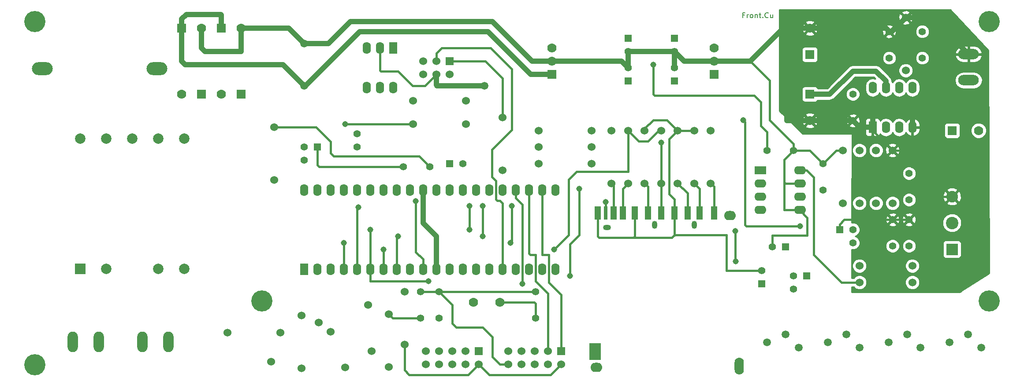
<source format=gbr>
G04 (created by PCBNEW (2013-june-11)-stable) date St 26. únor 2014, 21:47:00 CET*
%MOIN*%
G04 Gerber Fmt 3.4, Leading zero omitted, Abs format*
%FSLAX34Y34*%
G01*
G70*
G90*
G04 APERTURE LIST*
%ADD10C,0.00590551*%
%ADD11C,0.00584252*%
%ADD12R,0.055X0.055*%
%ADD13C,0.055*%
%ADD14C,0.06*%
%ADD15O,0.1575X0.0984*%
%ADD16R,0.09X0.062*%
%ADD17O,0.09X0.062*%
%ADD18R,0.062X0.09*%
%ADD19O,0.062X0.09*%
%ADD20C,0.07*%
%ADD21R,0.07X0.07*%
%ADD22C,0.0943*%
%ADD23R,0.0882X0.0882*%
%ADD24C,0.0882*%
%ADD25C,0.0590551*%
%ADD26R,0.0787402X0.0787402*%
%ADD27C,0.0787402*%
%ADD28R,0.06X0.06*%
%ADD29O,0.156X0.078*%
%ADD30O,0.078X0.156*%
%ADD31R,0.05X0.1*%
%ADD32R,0.03X0.1*%
%ADD33O,0.06X0.04*%
%ADD34O,0.04X0.06*%
%ADD35O,0.09X0.07*%
%ADD36O,0.07X0.13*%
%ADD37R,0.085X0.13*%
%ADD38C,0.16*%
%ADD39C,0.045*%
%ADD40C,0.0170079*%
%ADD41C,0.0393701*%
%ADD42C,0.01*%
G04 APERTURE END LIST*
G54D10*
G54D11*
X54797Y27746D02*
X54665Y27746D01*
X54665Y27540D02*
X54665Y27934D01*
X54853Y27934D01*
X55003Y27540D02*
X55003Y27803D01*
X55003Y27728D02*
X55021Y27765D01*
X55040Y27784D01*
X55078Y27803D01*
X55115Y27803D01*
X55303Y27540D02*
X55265Y27559D01*
X55246Y27578D01*
X55228Y27615D01*
X55228Y27728D01*
X55246Y27765D01*
X55265Y27784D01*
X55303Y27803D01*
X55359Y27803D01*
X55396Y27784D01*
X55415Y27765D01*
X55434Y27728D01*
X55434Y27615D01*
X55415Y27578D01*
X55396Y27559D01*
X55359Y27540D01*
X55303Y27540D01*
X55603Y27803D02*
X55603Y27540D01*
X55603Y27765D02*
X55621Y27784D01*
X55659Y27803D01*
X55715Y27803D01*
X55753Y27784D01*
X55771Y27746D01*
X55771Y27540D01*
X55903Y27803D02*
X56053Y27803D01*
X55959Y27934D02*
X55959Y27596D01*
X55978Y27559D01*
X56015Y27540D01*
X56053Y27540D01*
X56184Y27578D02*
X56203Y27559D01*
X56184Y27540D01*
X56165Y27559D01*
X56184Y27578D01*
X56184Y27540D01*
X56596Y27578D02*
X56578Y27559D01*
X56521Y27540D01*
X56484Y27540D01*
X56428Y27559D01*
X56390Y27596D01*
X56371Y27634D01*
X56353Y27709D01*
X56353Y27765D01*
X56371Y27840D01*
X56390Y27878D01*
X56428Y27915D01*
X56484Y27934D01*
X56521Y27934D01*
X56578Y27915D01*
X56596Y27896D01*
X56934Y27803D02*
X56934Y27540D01*
X56765Y27803D02*
X56765Y27596D01*
X56784Y27559D01*
X56821Y27540D01*
X56877Y27540D01*
X56915Y27559D01*
X56934Y27578D01*
G54D12*
X22500Y17750D03*
G54D13*
X21500Y17750D03*
X21500Y16750D03*
G54D12*
X62000Y11500D03*
G54D13*
X63000Y11500D03*
X63000Y10500D03*
G54D14*
X29750Y19500D03*
X33750Y19500D03*
X29100Y2800D03*
X29100Y6800D03*
X21300Y5000D03*
X21300Y1000D03*
X19250Y19250D03*
X19250Y15250D03*
X46000Y15000D03*
X46000Y19000D03*
X43250Y16500D03*
X39250Y16500D03*
X43250Y17750D03*
X39250Y17750D03*
X43250Y19000D03*
X39250Y19000D03*
X51000Y15000D03*
X51000Y19000D03*
X49750Y15000D03*
X49750Y19000D03*
X47250Y15000D03*
X47250Y19000D03*
X44750Y19000D03*
X44750Y15000D03*
X48500Y15000D03*
X48500Y19000D03*
X52250Y19000D03*
X52250Y15000D03*
X67000Y23550D03*
X67000Y27550D03*
X66000Y13500D03*
X66000Y17500D03*
X62250Y13500D03*
X62250Y17500D03*
X63500Y8750D03*
X67500Y8750D03*
X63500Y7500D03*
X67500Y7500D03*
X33750Y21250D03*
X29750Y21250D03*
X63500Y17500D03*
X63500Y13500D03*
X36500Y16000D03*
X36500Y20000D03*
X64750Y13500D03*
X64750Y17500D03*
G54D15*
X10381Y23700D03*
X1719Y23700D03*
G54D16*
X56000Y16000D03*
G54D17*
X56000Y15000D03*
X56000Y14000D03*
X56000Y13000D03*
X59000Y13000D03*
X59000Y14000D03*
X59000Y15000D03*
X59000Y16000D03*
G54D18*
X64500Y19250D03*
G54D19*
X65500Y19250D03*
X66500Y19250D03*
X67500Y19250D03*
X67500Y22250D03*
X66500Y22250D03*
X65500Y22250D03*
X64500Y22250D03*
G54D18*
X21500Y8500D03*
G54D19*
X22500Y8500D03*
X23500Y8500D03*
X24500Y8500D03*
X25500Y8500D03*
X26500Y8500D03*
X27500Y8500D03*
X28500Y8500D03*
X29500Y8500D03*
X30500Y8500D03*
X31500Y8500D03*
X32500Y8500D03*
X33500Y8500D03*
X34500Y8500D03*
X35500Y8500D03*
X36500Y8500D03*
X37500Y8500D03*
X38500Y8500D03*
X39500Y8500D03*
X40500Y8500D03*
X40500Y14500D03*
X39500Y14500D03*
X38500Y14500D03*
X37500Y14500D03*
X36500Y14500D03*
X35500Y14500D03*
X34500Y14500D03*
X33500Y14500D03*
X32500Y14500D03*
X31500Y14500D03*
X30500Y14500D03*
X29500Y14500D03*
X28500Y14500D03*
X27500Y14500D03*
X26500Y14500D03*
X25500Y14500D03*
X24500Y14500D03*
X23500Y14500D03*
X22500Y14500D03*
X21500Y14500D03*
G54D20*
X16750Y26750D03*
G54D21*
X16750Y21750D03*
G54D20*
X15250Y21750D03*
G54D21*
X15250Y26750D03*
G54D20*
X12250Y21750D03*
G54D21*
X12250Y26750D03*
G54D20*
X13750Y26750D03*
G54D21*
X13750Y21750D03*
X59750Y21750D03*
G54D20*
X59750Y19750D03*
G54D21*
X70500Y19000D03*
G54D20*
X72500Y19000D03*
G54D21*
X59750Y24750D03*
G54D20*
X59750Y26750D03*
G54D13*
X66000Y10250D03*
X66000Y12250D03*
X63000Y21750D03*
X63000Y19750D03*
X68250Y24500D03*
X68250Y26500D03*
X67250Y13750D03*
X67250Y15750D03*
X67250Y10250D03*
X67250Y12250D03*
X39000Y6800D03*
X39000Y4800D03*
X31700Y6800D03*
X31700Y4800D03*
X30300Y4800D03*
X30300Y6800D03*
X31000Y16250D03*
X29000Y16250D03*
G54D12*
X57900Y10200D03*
G54D13*
X56900Y10200D03*
G54D12*
X56100Y7400D03*
G54D13*
X56100Y8400D03*
G54D12*
X46000Y22750D03*
G54D13*
X46000Y23750D03*
G54D12*
X46000Y26000D03*
G54D13*
X46000Y25000D03*
X60750Y14500D03*
X60750Y16500D03*
G54D22*
X70500Y12000D03*
G54D23*
X70500Y10000D03*
G54D24*
X70500Y14000D03*
G54D13*
X65750Y24500D03*
X65750Y26500D03*
G54D12*
X59500Y8000D03*
G54D13*
X58500Y8000D03*
X58500Y7000D03*
G54D20*
X36300Y6000D03*
X34300Y6000D03*
G54D12*
X32500Y16500D03*
G54D13*
X33500Y16500D03*
G54D21*
X40250Y23250D03*
G54D20*
X40250Y25250D03*
X40250Y24250D03*
G54D12*
X49500Y22750D03*
G54D13*
X49500Y23750D03*
G54D12*
X49500Y26000D03*
G54D13*
X49500Y25000D03*
G54D21*
X52500Y23250D03*
G54D20*
X52500Y25250D03*
X52500Y24250D03*
G54D25*
X21500Y25600D03*
X21500Y22400D03*
G54D14*
X19700Y3700D03*
X15700Y3700D03*
G54D18*
X28250Y25250D03*
G54D19*
X27250Y25250D03*
X26250Y25250D03*
X26250Y22250D03*
X27250Y22250D03*
X28250Y22250D03*
G54D26*
X4562Y8528D03*
G54D27*
X6531Y8528D03*
X10468Y8528D03*
X12437Y8528D03*
X12437Y18371D03*
X10468Y18371D03*
X8500Y18371D03*
X6531Y18371D03*
X4562Y18371D03*
G54D28*
X32500Y24250D03*
G54D14*
X32500Y23250D03*
X31500Y24250D03*
X31500Y23250D03*
X30500Y24250D03*
X30500Y23250D03*
G54D29*
X71750Y22810D03*
X71750Y24780D03*
G54D30*
X9260Y3000D03*
X11230Y3000D03*
X4010Y3000D03*
X5980Y3000D03*
G54D14*
X27900Y5100D03*
X27900Y1100D03*
G54D28*
X34700Y2300D03*
G54D14*
X34700Y1300D03*
X33700Y2300D03*
X33700Y1300D03*
X32700Y2300D03*
X32700Y1300D03*
X31700Y2300D03*
X31700Y1300D03*
X30700Y2300D03*
X30700Y1300D03*
G54D28*
X40950Y2300D03*
G54D14*
X40950Y1300D03*
X39950Y2300D03*
X39950Y1300D03*
X38950Y2300D03*
X38950Y1300D03*
X37950Y2300D03*
X37950Y1300D03*
X36950Y2300D03*
X36950Y1300D03*
G54D13*
X58500Y17500D03*
X56500Y17500D03*
G54D31*
X52500Y12750D03*
X51400Y12750D03*
X50500Y12750D03*
X49500Y12750D03*
X48500Y12750D03*
X47500Y12750D03*
X46500Y12750D03*
G54D32*
X44300Y12750D03*
G54D31*
X44900Y12750D03*
X43700Y12750D03*
G54D33*
X44400Y11650D03*
G54D34*
X51000Y11850D03*
G54D35*
X53700Y12550D03*
G54D34*
X48000Y11850D03*
G54D35*
X43600Y1050D03*
G54D36*
X54400Y1150D03*
G54D31*
X45600Y12750D03*
G54D37*
X43500Y2250D03*
G54D13*
X25500Y17750D03*
X25500Y18750D03*
G54D14*
X19000Y1500D03*
G54D25*
X57900Y3550D03*
X56500Y2950D03*
X58900Y2550D03*
X62500Y3550D03*
X61100Y2950D03*
X63500Y2550D03*
X67100Y3550D03*
X65700Y2950D03*
X68100Y2550D03*
X71700Y3550D03*
X70300Y2950D03*
X72700Y2550D03*
G54D14*
X24600Y1050D03*
X26600Y2300D03*
X23500Y3750D03*
X22600Y4450D03*
X26350Y5800D03*
G54D38*
X1150Y1250D03*
X1150Y27250D03*
X73300Y27250D03*
X73300Y6100D03*
X18300Y6100D03*
G54D39*
X38000Y7400D03*
X42300Y14600D03*
X41600Y8000D03*
X44300Y13600D03*
X37200Y13300D03*
X37100Y10500D03*
X24500Y10500D03*
X40400Y10000D03*
X27500Y10000D03*
X30900Y7600D03*
X26500Y11500D03*
X34000Y11500D03*
X34000Y13300D03*
X28600Y11000D03*
X35000Y11000D03*
X35000Y13300D03*
X24600Y19500D03*
X25600Y13200D03*
X54100Y11400D03*
X54150Y9100D03*
X48500Y18100D03*
G54D25*
X35150Y22400D03*
G54D39*
X54700Y19800D03*
X59000Y11750D03*
X47900Y24000D03*
X29950Y13650D03*
G54D40*
X37500Y13900D02*
X38000Y13400D01*
X38000Y13400D02*
X38000Y7500D01*
X38000Y7500D02*
X38000Y7400D01*
X37500Y13900D02*
X37500Y14500D01*
X41600Y10400D02*
X42300Y11100D01*
X42300Y11100D02*
X42300Y14600D01*
X41600Y8000D02*
X41600Y10400D01*
X24500Y8500D02*
X24500Y10500D01*
X44300Y13600D02*
X44300Y12750D01*
X37200Y10600D02*
X37200Y13300D01*
X37100Y10500D02*
X37200Y10600D01*
X35700Y15500D02*
X35700Y17550D01*
X36500Y13500D02*
X36300Y13700D01*
X36300Y13700D02*
X36100Y13700D01*
X36100Y13700D02*
X36000Y13800D01*
X36000Y13800D02*
X36000Y15200D01*
X36000Y15200D02*
X35700Y15500D01*
X36500Y8500D02*
X36500Y13500D01*
X31500Y24850D02*
X31500Y24250D01*
X31900Y25250D02*
X31500Y24850D01*
X35600Y25250D02*
X31900Y25250D01*
X37200Y23650D02*
X35600Y25250D01*
X37200Y19050D02*
X37200Y23650D01*
X35700Y17550D02*
X37200Y19050D01*
X27500Y8500D02*
X27500Y10000D01*
X46000Y15900D02*
X46000Y19000D01*
X42100Y15900D02*
X46000Y15900D01*
X41500Y15300D02*
X42100Y15900D01*
X41500Y11100D02*
X41500Y15300D01*
X40400Y10000D02*
X41500Y11100D01*
X48500Y19000D02*
X48300Y19000D01*
X48300Y19000D02*
X47500Y18200D01*
X47500Y18200D02*
X46800Y18200D01*
X46800Y18200D02*
X46000Y19000D01*
X26500Y7600D02*
X26500Y7700D01*
X26500Y7700D02*
X26500Y8500D01*
X30900Y7600D02*
X26500Y7600D01*
X26500Y11500D02*
X26500Y8500D01*
X34000Y13300D02*
X34000Y11500D01*
X28500Y10900D02*
X28500Y8500D01*
X28600Y11000D02*
X28500Y10900D01*
X35000Y13300D02*
X35000Y11000D01*
X40950Y2300D02*
X40950Y6550D01*
X39500Y9600D02*
X39500Y14500D01*
X40000Y9600D02*
X40000Y7500D01*
X39500Y9600D02*
X40000Y9600D01*
X40950Y6550D02*
X40000Y7500D01*
X39950Y2300D02*
X39950Y6650D01*
X38500Y9700D02*
X38500Y14500D01*
X39000Y9600D02*
X39000Y7600D01*
X38600Y9600D02*
X39000Y9600D01*
X38500Y9700D02*
X38600Y9600D01*
X39950Y6650D02*
X39000Y7600D01*
X29750Y19500D02*
X24600Y19500D01*
X25500Y13100D02*
X25500Y8500D01*
X25600Y13200D02*
X25500Y13100D01*
X54100Y9150D02*
X54100Y11400D01*
X54150Y9100D02*
X54100Y9150D01*
X48500Y15000D02*
X48500Y18100D01*
X48500Y12750D02*
X48500Y15000D01*
G54D41*
X67000Y27550D02*
X68980Y27550D01*
X68980Y27550D02*
X71750Y24780D01*
X65750Y26500D02*
X65950Y26500D01*
X65950Y26500D02*
X67000Y27550D01*
G54D40*
X36950Y1300D02*
X36300Y1300D01*
X35000Y4100D02*
X33000Y4100D01*
X33000Y4100D02*
X32700Y4400D01*
X32700Y4400D02*
X32700Y5800D01*
X32700Y5800D02*
X31700Y6800D01*
X35750Y3350D02*
X35000Y4100D01*
X35750Y1850D02*
X35750Y3350D01*
X36300Y1300D02*
X35750Y1850D01*
X56100Y8400D02*
X53450Y8400D01*
X53450Y11100D02*
X49500Y11100D01*
X53450Y8400D02*
X53450Y11100D01*
X49500Y11100D02*
X49500Y11050D01*
G54D41*
X31500Y23250D02*
X31500Y22450D01*
X31550Y22400D02*
X35150Y22400D01*
X31500Y22450D02*
X31550Y22400D01*
G54D40*
X58500Y17500D02*
X58500Y18000D01*
X56700Y22800D02*
X55250Y24250D01*
X56700Y19800D02*
X56700Y22800D01*
X58500Y18000D02*
X56700Y19800D01*
X56900Y10200D02*
X56900Y11050D01*
X59000Y12950D02*
X59000Y13000D01*
X59550Y12400D02*
X59000Y12950D01*
X59550Y11050D02*
X59550Y12400D01*
X56900Y11050D02*
X59550Y11050D01*
X22500Y17750D02*
X22500Y16400D01*
X22650Y16250D02*
X29000Y16250D01*
X22500Y16400D02*
X22650Y16250D01*
G54D41*
X30500Y14500D02*
X30500Y12000D01*
X30500Y12000D02*
X31500Y11000D01*
X31500Y11000D02*
X31500Y8500D01*
G54D40*
X27250Y25250D02*
X27250Y23550D01*
X27250Y23550D02*
X27300Y23500D01*
X27300Y23500D02*
X28600Y23500D01*
X28600Y23500D02*
X29700Y22400D01*
X29700Y22400D02*
X30650Y22400D01*
X30650Y22400D02*
X31500Y23250D01*
X30300Y6800D02*
X31700Y6800D01*
X39000Y6800D02*
X31700Y6800D01*
X47250Y19000D02*
X47250Y19150D01*
X48950Y19800D02*
X49750Y19000D01*
X47900Y19800D02*
X48950Y19800D01*
X47250Y19150D02*
X47900Y19800D01*
X49750Y19000D02*
X51000Y19000D01*
X49500Y12750D02*
X49500Y13800D01*
X49100Y18350D02*
X49750Y19000D01*
X49100Y14200D02*
X49100Y18350D01*
X49500Y13800D02*
X49100Y14200D01*
X49500Y12750D02*
X49500Y11050D01*
X49500Y11050D02*
X49500Y11100D01*
X49300Y10900D02*
X46400Y10900D01*
X49500Y11100D02*
X49300Y10900D01*
X43700Y12750D02*
X43700Y11000D01*
X46500Y11000D02*
X46500Y12750D01*
X46400Y10900D02*
X46500Y11000D01*
X43800Y10900D02*
X46400Y10900D01*
X43700Y11000D02*
X43800Y10900D01*
X59000Y13000D02*
X57800Y13000D01*
X57800Y13000D02*
X57800Y15100D01*
X59000Y15000D02*
X57900Y15000D01*
X57800Y16800D02*
X58500Y17500D01*
X57800Y15100D02*
X57800Y16800D01*
X57900Y15000D02*
X57800Y15100D01*
X58500Y17500D02*
X59750Y17500D01*
X59750Y17500D02*
X60750Y16500D01*
X62250Y17500D02*
X61750Y17500D01*
X61750Y17500D02*
X60750Y16500D01*
X62000Y11500D02*
X62000Y11900D01*
X62350Y12250D02*
X66000Y12250D01*
X62000Y11900D02*
X62350Y12250D01*
X67250Y12250D02*
X66000Y12250D01*
X70500Y14000D02*
X69000Y14000D01*
X69000Y14000D02*
X67250Y12250D01*
X66000Y17500D02*
X67000Y17500D01*
X67000Y17500D02*
X70500Y14000D01*
X64500Y19250D02*
X64500Y19000D01*
X64500Y19000D02*
X66000Y17500D01*
G54D41*
X59750Y19750D02*
X58000Y19750D01*
X61500Y26750D02*
X59750Y26750D01*
X61500Y23250D02*
X61500Y26750D01*
X61250Y23000D02*
X61500Y23250D01*
X58250Y23000D02*
X61250Y23000D01*
X58000Y22750D02*
X58250Y23000D01*
X58000Y19750D02*
X58000Y22750D01*
X59750Y26750D02*
X65500Y26750D01*
X65500Y26750D02*
X65750Y26500D01*
X52500Y24250D02*
X55250Y24250D01*
X55250Y24250D02*
X57750Y26750D01*
X57750Y26750D02*
X59750Y26750D01*
X63000Y19750D02*
X59750Y19750D01*
X64500Y19250D02*
X63500Y19250D01*
X63500Y19250D02*
X63000Y19750D01*
X67500Y19250D02*
X67500Y20500D01*
X64500Y20250D02*
X64500Y19250D01*
X64750Y20500D02*
X64500Y20250D01*
X67500Y20500D02*
X64750Y20500D01*
X52500Y24250D02*
X50250Y24250D01*
X50250Y24250D02*
X49500Y25000D01*
X49500Y25000D02*
X49500Y23750D01*
X46000Y25000D02*
X49500Y25000D01*
X46000Y23750D02*
X46000Y25000D01*
X40250Y24250D02*
X45500Y24250D01*
X45500Y24250D02*
X46000Y23750D01*
X21500Y25600D02*
X23350Y25600D01*
X23350Y25600D02*
X25000Y27250D01*
X27250Y27250D02*
X35750Y27250D01*
X25000Y27250D02*
X27250Y27250D01*
X35750Y27250D02*
X38750Y24250D01*
X38750Y24250D02*
X40250Y24250D01*
X16750Y26750D02*
X20350Y26750D01*
X20350Y26750D02*
X21500Y25600D01*
X13750Y26750D02*
X13750Y25250D01*
X16750Y25000D02*
X16750Y26750D01*
X14000Y25000D02*
X16750Y25000D01*
X13750Y25250D02*
X14000Y25000D01*
G54D40*
X36300Y6000D02*
X38900Y6000D01*
X39000Y5900D02*
X39000Y4800D01*
X38900Y6000D02*
X39000Y5900D01*
X36500Y20000D02*
X36500Y22950D01*
X35200Y24250D02*
X32500Y24250D01*
X36500Y22950D02*
X35200Y24250D01*
X52500Y12750D02*
X52500Y14750D01*
X52500Y14750D02*
X52250Y15000D01*
X44900Y12750D02*
X44900Y14850D01*
X44900Y14850D02*
X44750Y15000D01*
X51400Y12750D02*
X51400Y14600D01*
X51400Y14600D02*
X51000Y15000D01*
X45600Y12750D02*
X45600Y14600D01*
X45600Y14600D02*
X46000Y15000D01*
X47500Y12750D02*
X47500Y14750D01*
X47500Y14750D02*
X47250Y15000D01*
X50500Y12750D02*
X50500Y14250D01*
X50500Y14250D02*
X49750Y15000D01*
G54D41*
X65500Y22250D02*
X65500Y22750D01*
X61250Y21750D02*
X59750Y21750D01*
X63000Y23500D02*
X61250Y21750D01*
X64750Y23500D02*
X63000Y23500D01*
X65500Y22750D02*
X64750Y23500D01*
G54D40*
X54850Y11850D02*
X54950Y11750D01*
X54850Y19650D02*
X54850Y11850D01*
X54700Y19800D02*
X54850Y19650D01*
X59000Y11750D02*
X54950Y11750D01*
X59000Y16000D02*
X59500Y16000D01*
X62150Y7500D02*
X63500Y7500D01*
X60050Y9600D02*
X62150Y7500D01*
X60050Y15450D02*
X60050Y9600D01*
X59500Y16000D02*
X60050Y15450D01*
G54D41*
X21500Y22400D02*
X21600Y22400D01*
X38650Y23250D02*
X40250Y23250D01*
X35400Y26500D02*
X38650Y23250D01*
X25700Y26500D02*
X35400Y26500D01*
X21600Y22400D02*
X25700Y26500D01*
X12250Y26750D02*
X12250Y24250D01*
X19900Y24000D02*
X21500Y22400D01*
X12500Y24000D02*
X19900Y24000D01*
X12250Y24250D02*
X12500Y24000D01*
X15250Y26750D02*
X15250Y27750D01*
X12250Y27450D02*
X12250Y26750D01*
X12600Y27800D02*
X12250Y27450D01*
X15200Y27800D02*
X12600Y27800D01*
X15250Y27750D02*
X15200Y27800D01*
G54D40*
X34700Y1300D02*
X35500Y500D01*
X40150Y500D02*
X40950Y1300D01*
X35500Y500D02*
X40150Y500D01*
X29100Y850D02*
X29450Y500D01*
X29100Y2800D02*
X29100Y850D01*
X33900Y500D02*
X34700Y1300D01*
X29450Y500D02*
X33900Y500D01*
X56500Y17500D02*
X56500Y18900D01*
X47900Y21750D02*
X47900Y24000D01*
X48000Y21650D02*
X47900Y21750D01*
X55550Y21650D02*
X48000Y21650D01*
X56050Y21150D02*
X55550Y21650D01*
X56050Y19350D02*
X56050Y21150D01*
X56500Y18900D02*
X56050Y19350D01*
X19250Y19250D02*
X22400Y19250D01*
X22400Y19250D02*
X23500Y18150D01*
X23500Y18150D02*
X23500Y17300D01*
X23500Y17300D02*
X23750Y17050D01*
X23750Y17050D02*
X30200Y17050D01*
X30200Y17050D02*
X31000Y16250D01*
X30500Y9250D02*
X30500Y8500D01*
X29950Y9800D02*
X30500Y9250D01*
X29950Y13650D02*
X29950Y9800D01*
X30300Y4800D02*
X28200Y4800D01*
X28200Y4800D02*
X27900Y5100D01*
G54D10*
G36*
X73299Y8177D02*
X73100Y8048D01*
X73100Y19118D01*
X73008Y19339D01*
X72840Y19508D01*
X72800Y19525D01*
X72800Y22810D01*
X72762Y23000D01*
X72762Y24630D01*
X72762Y24929D01*
X72750Y24978D01*
X72627Y25197D01*
X72431Y25352D01*
X72190Y25420D01*
X71800Y25420D01*
X71800Y24830D01*
X72715Y24830D01*
X72762Y24929D01*
X72762Y24630D01*
X72715Y24730D01*
X71800Y24730D01*
X71800Y24140D01*
X72190Y24140D01*
X72431Y24207D01*
X72627Y24362D01*
X72750Y24581D01*
X72762Y24630D01*
X72762Y23000D01*
X72751Y23054D01*
X72612Y23262D01*
X72405Y23401D01*
X72160Y23450D01*
X71700Y23450D01*
X71700Y24140D01*
X71700Y24730D01*
X71700Y24830D01*
X71700Y25420D01*
X71310Y25420D01*
X71068Y25352D01*
X70872Y25197D01*
X70749Y24978D01*
X70737Y24929D01*
X70784Y24830D01*
X71700Y24830D01*
X71700Y24730D01*
X70784Y24730D01*
X70737Y24630D01*
X70749Y24581D01*
X70872Y24362D01*
X71068Y24207D01*
X71310Y24140D01*
X71700Y24140D01*
X71700Y23450D01*
X71339Y23450D01*
X71094Y23401D01*
X70887Y23262D01*
X70748Y23054D01*
X70699Y22810D01*
X70748Y22565D01*
X70887Y22357D01*
X71094Y22218D01*
X71339Y22170D01*
X72160Y22170D01*
X72405Y22218D01*
X72612Y22357D01*
X72751Y22565D01*
X72800Y22810D01*
X72800Y19525D01*
X72619Y19599D01*
X72381Y19600D01*
X72160Y19508D01*
X71991Y19340D01*
X71900Y19119D01*
X71899Y18881D01*
X71991Y18660D01*
X72159Y18491D01*
X72380Y18400D01*
X72618Y18399D01*
X72839Y18491D01*
X73008Y18659D01*
X73099Y18880D01*
X73100Y19118D01*
X73100Y8048D01*
X71221Y6837D01*
X71221Y12142D01*
X71195Y12207D01*
X71195Y13884D01*
X71186Y14159D01*
X71100Y14367D01*
X71100Y18699D01*
X71100Y19399D01*
X71062Y19491D01*
X70991Y19561D01*
X70899Y19599D01*
X70800Y19600D01*
X70100Y19600D01*
X70008Y19562D01*
X69938Y19491D01*
X69900Y19399D01*
X69899Y19300D01*
X69899Y18600D01*
X69937Y18508D01*
X70008Y18438D01*
X70100Y18400D01*
X70199Y18399D01*
X70899Y18399D01*
X70991Y18437D01*
X71061Y18508D01*
X71099Y18600D01*
X71100Y18699D01*
X71100Y14367D01*
X71097Y14372D01*
X70987Y14417D01*
X70917Y14346D01*
X70917Y14487D01*
X70872Y14597D01*
X70615Y14695D01*
X70340Y14686D01*
X70127Y14597D01*
X70082Y14487D01*
X70500Y14070D01*
X70917Y14487D01*
X70917Y14346D01*
X70570Y14000D01*
X70987Y13582D01*
X71097Y13627D01*
X71195Y13884D01*
X71195Y12207D01*
X71112Y12408D01*
X70917Y12603D01*
X70917Y13512D01*
X70500Y13929D01*
X70429Y13858D01*
X70429Y14000D01*
X70012Y14417D01*
X69902Y14372D01*
X69804Y14115D01*
X69813Y13840D01*
X69902Y13627D01*
X70012Y13582D01*
X70429Y14000D01*
X70429Y13858D01*
X70082Y13512D01*
X70127Y13402D01*
X70384Y13304D01*
X70659Y13313D01*
X70872Y13402D01*
X70917Y13512D01*
X70917Y12603D01*
X70909Y12611D01*
X70644Y12721D01*
X70357Y12721D01*
X70091Y12612D01*
X69888Y12409D01*
X69778Y12144D01*
X69778Y11857D01*
X69887Y11591D01*
X70090Y11388D01*
X70355Y11278D01*
X70642Y11278D01*
X70908Y11387D01*
X71111Y11590D01*
X71221Y11855D01*
X71221Y12142D01*
X71221Y6837D01*
X71191Y6818D01*
X71191Y9608D01*
X71191Y10490D01*
X71153Y10582D01*
X71082Y10652D01*
X70990Y10690D01*
X70891Y10691D01*
X70009Y10691D01*
X69917Y10653D01*
X69847Y10582D01*
X69809Y10490D01*
X69808Y10391D01*
X69808Y9509D01*
X69846Y9417D01*
X69917Y9347D01*
X70009Y9309D01*
X70108Y9308D01*
X70990Y9308D01*
X71082Y9346D01*
X71152Y9417D01*
X71190Y9509D01*
X71191Y9608D01*
X71191Y6818D01*
X71085Y6750D01*
X68775Y6750D01*
X68775Y24603D01*
X68775Y26603D01*
X68695Y26797D01*
X68547Y26944D01*
X68354Y27024D01*
X68146Y27025D01*
X67953Y26945D01*
X67805Y26797D01*
X67725Y26604D01*
X67724Y26396D01*
X67804Y26203D01*
X67952Y26055D01*
X68145Y25975D01*
X68353Y25974D01*
X68547Y26054D01*
X68694Y26202D01*
X68774Y26395D01*
X68775Y26603D01*
X68775Y24603D01*
X68695Y24797D01*
X68547Y24944D01*
X68354Y25024D01*
X68146Y25025D01*
X67953Y24945D01*
X67805Y24797D01*
X67725Y24604D01*
X67724Y24396D01*
X67804Y24203D01*
X67952Y24055D01*
X68145Y23975D01*
X68353Y23974D01*
X68547Y24054D01*
X68694Y24202D01*
X68774Y24395D01*
X68775Y24603D01*
X68775Y6750D01*
X68060Y6750D01*
X68060Y19060D01*
X68060Y19200D01*
X68060Y19300D01*
X68060Y19440D01*
X68060Y22096D01*
X68060Y22403D01*
X68017Y22618D01*
X67895Y22799D01*
X67714Y22921D01*
X67554Y22952D01*
X67554Y27468D01*
X67543Y27686D01*
X67481Y27837D01*
X67385Y27865D01*
X67315Y27794D01*
X67315Y27935D01*
X67287Y28031D01*
X67081Y28104D01*
X66863Y28093D01*
X66712Y28031D01*
X66684Y27935D01*
X67000Y27620D01*
X67315Y27935D01*
X67315Y27794D01*
X67070Y27550D01*
X67385Y27234D01*
X67481Y27262D01*
X67554Y27468D01*
X67554Y22952D01*
X67550Y22953D01*
X67550Y23658D01*
X67466Y23861D01*
X67315Y24012D01*
X67315Y27164D01*
X67000Y27479D01*
X66929Y27408D01*
X66929Y27550D01*
X66614Y27865D01*
X66518Y27837D01*
X66445Y27631D01*
X66456Y27413D01*
X66518Y27262D01*
X66614Y27234D01*
X66929Y27550D01*
X66929Y27408D01*
X66684Y27164D01*
X66712Y27068D01*
X66918Y26995D01*
X67136Y27006D01*
X67287Y27068D01*
X67315Y27164D01*
X67315Y24012D01*
X67311Y24015D01*
X67109Y24099D01*
X66891Y24100D01*
X66688Y24016D01*
X66534Y23861D01*
X66450Y23659D01*
X66449Y23441D01*
X66533Y23238D01*
X66688Y23084D01*
X66890Y23000D01*
X67108Y22999D01*
X67311Y23083D01*
X67465Y23238D01*
X67549Y23440D01*
X67550Y23658D01*
X67550Y22953D01*
X67500Y22963D01*
X67285Y22921D01*
X67104Y22799D01*
X67000Y22644D01*
X66895Y22799D01*
X66714Y22921D01*
X66500Y22963D01*
X66285Y22921D01*
X66279Y22917D01*
X66279Y26424D01*
X66268Y26632D01*
X66210Y26772D01*
X66117Y26797D01*
X66047Y26726D01*
X66047Y26867D01*
X66022Y26960D01*
X65825Y27029D01*
X65617Y27018D01*
X65477Y26960D01*
X65452Y26867D01*
X65750Y26570D01*
X66047Y26867D01*
X66047Y26726D01*
X65820Y26500D01*
X66117Y26202D01*
X66210Y26227D01*
X66279Y26424D01*
X66279Y22917D01*
X66275Y22913D01*
X66275Y24603D01*
X66195Y24797D01*
X66047Y24944D01*
X66047Y24945D01*
X66047Y26132D01*
X65750Y26429D01*
X65679Y26358D01*
X65679Y26500D01*
X65382Y26797D01*
X65289Y26772D01*
X65220Y26575D01*
X65231Y26367D01*
X65289Y26227D01*
X65382Y26202D01*
X65679Y26500D01*
X65679Y26358D01*
X65452Y26132D01*
X65477Y26039D01*
X65674Y25970D01*
X65882Y25981D01*
X66022Y26039D01*
X66047Y26132D01*
X66047Y24945D01*
X65854Y25024D01*
X65646Y25025D01*
X65453Y24945D01*
X65305Y24797D01*
X65225Y24604D01*
X65224Y24396D01*
X65304Y24203D01*
X65452Y24055D01*
X65645Y23975D01*
X65853Y23974D01*
X66047Y24054D01*
X66194Y24202D01*
X66274Y24395D01*
X66275Y24603D01*
X66275Y22913D01*
X66104Y22799D01*
X66000Y22644D01*
X65946Y22723D01*
X65946Y22750D01*
X65946Y22750D01*
X65912Y22921D01*
X65815Y23065D01*
X65815Y23065D01*
X65065Y23815D01*
X64921Y23912D01*
X64750Y23946D01*
X63000Y23946D01*
X62828Y23912D01*
X62684Y23815D01*
X61064Y22196D01*
X60354Y22196D01*
X60354Y26656D01*
X60344Y26894D01*
X60272Y27067D01*
X60172Y27101D01*
X60101Y27030D01*
X60101Y27172D01*
X60067Y27272D01*
X59843Y27354D01*
X59605Y27344D01*
X59432Y27272D01*
X59398Y27172D01*
X59750Y26820D01*
X60101Y27172D01*
X60101Y27030D01*
X59820Y26750D01*
X60172Y26398D01*
X60272Y26432D01*
X60354Y26656D01*
X60354Y22196D01*
X60350Y22196D01*
X60350Y24449D01*
X60350Y25149D01*
X60312Y25241D01*
X60241Y25311D01*
X60149Y25349D01*
X60101Y25349D01*
X60101Y26327D01*
X59750Y26679D01*
X59679Y26608D01*
X59679Y26750D01*
X59327Y27101D01*
X59227Y27067D01*
X59145Y26843D01*
X59155Y26605D01*
X59227Y26432D01*
X59327Y26398D01*
X59679Y26750D01*
X59679Y26608D01*
X59398Y26327D01*
X59432Y26227D01*
X59656Y26145D01*
X59894Y26155D01*
X60067Y26227D01*
X60101Y26327D01*
X60101Y25349D01*
X60050Y25350D01*
X59350Y25350D01*
X59258Y25312D01*
X59188Y25241D01*
X59150Y25149D01*
X59149Y25050D01*
X59149Y24350D01*
X59187Y24258D01*
X59258Y24188D01*
X59350Y24150D01*
X59449Y24149D01*
X60149Y24149D01*
X60241Y24187D01*
X60311Y24258D01*
X60349Y24350D01*
X60350Y24449D01*
X60350Y22196D01*
X60330Y22196D01*
X60312Y22241D01*
X60241Y22311D01*
X60149Y22349D01*
X60050Y22350D01*
X59350Y22350D01*
X59258Y22312D01*
X59188Y22241D01*
X59150Y22149D01*
X59149Y22050D01*
X59149Y21350D01*
X59187Y21258D01*
X59258Y21188D01*
X59350Y21150D01*
X59449Y21149D01*
X60149Y21149D01*
X60241Y21187D01*
X60311Y21258D01*
X60330Y21303D01*
X61250Y21303D01*
X61421Y21337D01*
X61421Y21337D01*
X61565Y21434D01*
X63185Y23053D01*
X64564Y23053D01*
X64692Y22925D01*
X64500Y22963D01*
X64285Y22921D01*
X64104Y22799D01*
X63982Y22618D01*
X63940Y22403D01*
X63940Y22096D01*
X63982Y21881D01*
X64104Y21700D01*
X64285Y21578D01*
X64500Y21536D01*
X64714Y21578D01*
X64895Y21700D01*
X65000Y21855D01*
X65104Y21700D01*
X65285Y21578D01*
X65500Y21536D01*
X65714Y21578D01*
X65895Y21700D01*
X66000Y21855D01*
X66104Y21700D01*
X66285Y21578D01*
X66500Y21536D01*
X66714Y21578D01*
X66895Y21700D01*
X67000Y21855D01*
X67104Y21700D01*
X67285Y21578D01*
X67500Y21536D01*
X67714Y21578D01*
X67895Y21700D01*
X68017Y21881D01*
X68060Y22096D01*
X68060Y19440D01*
X67998Y19650D01*
X67860Y19821D01*
X67668Y19926D01*
X67636Y19933D01*
X67550Y19884D01*
X67550Y19300D01*
X68060Y19300D01*
X68060Y19200D01*
X67550Y19200D01*
X67550Y18615D01*
X67636Y18566D01*
X67668Y18573D01*
X67860Y18678D01*
X67998Y18849D01*
X68060Y19060D01*
X68060Y6750D01*
X68050Y6750D01*
X68050Y7608D01*
X68050Y8858D01*
X67966Y9061D01*
X67811Y9215D01*
X67779Y9229D01*
X67779Y12174D01*
X67775Y12262D01*
X67775Y13853D01*
X67775Y15853D01*
X67695Y16047D01*
X67547Y16194D01*
X67450Y16235D01*
X67450Y18615D01*
X67450Y19200D01*
X67442Y19200D01*
X67442Y19300D01*
X67450Y19300D01*
X67450Y19884D01*
X67363Y19933D01*
X67331Y19926D01*
X67139Y19821D01*
X67001Y19650D01*
X66999Y19644D01*
X66895Y19799D01*
X66714Y19921D01*
X66500Y19963D01*
X66285Y19921D01*
X66104Y19799D01*
X66000Y19644D01*
X65895Y19799D01*
X65714Y19921D01*
X65500Y19963D01*
X65285Y19921D01*
X65104Y19799D01*
X65059Y19733D01*
X65059Y19749D01*
X65021Y19841D01*
X64951Y19912D01*
X64859Y19950D01*
X64612Y19950D01*
X64550Y19887D01*
X64550Y19300D01*
X64557Y19300D01*
X64557Y19200D01*
X64550Y19200D01*
X64550Y18612D01*
X64612Y18550D01*
X64859Y18549D01*
X64951Y18587D01*
X65021Y18658D01*
X65059Y18750D01*
X65059Y18766D01*
X65104Y18700D01*
X65285Y18578D01*
X65500Y18536D01*
X65714Y18578D01*
X65895Y18700D01*
X66000Y18855D01*
X66104Y18700D01*
X66285Y18578D01*
X66500Y18536D01*
X66714Y18578D01*
X66895Y18700D01*
X66999Y18855D01*
X67001Y18849D01*
X67139Y18678D01*
X67331Y18573D01*
X67363Y18566D01*
X67450Y18615D01*
X67450Y16235D01*
X67354Y16274D01*
X67146Y16275D01*
X66953Y16195D01*
X66805Y16047D01*
X66725Y15854D01*
X66724Y15646D01*
X66804Y15453D01*
X66952Y15305D01*
X67145Y15225D01*
X67353Y15224D01*
X67547Y15304D01*
X67694Y15452D01*
X67774Y15645D01*
X67775Y15853D01*
X67775Y13853D01*
X67695Y14047D01*
X67547Y14194D01*
X67354Y14274D01*
X67146Y14275D01*
X66953Y14195D01*
X66805Y14047D01*
X66725Y13854D01*
X66724Y13646D01*
X66804Y13453D01*
X66952Y13305D01*
X67145Y13225D01*
X67353Y13224D01*
X67547Y13304D01*
X67694Y13452D01*
X67774Y13645D01*
X67775Y13853D01*
X67775Y12262D01*
X67768Y12382D01*
X67710Y12522D01*
X67617Y12547D01*
X67547Y12476D01*
X67547Y12617D01*
X67522Y12710D01*
X67325Y12779D01*
X67117Y12768D01*
X66977Y12710D01*
X66952Y12617D01*
X67250Y12320D01*
X67547Y12617D01*
X67547Y12476D01*
X67320Y12250D01*
X67617Y11952D01*
X67710Y11977D01*
X67779Y12174D01*
X67779Y9229D01*
X67775Y9231D01*
X67775Y10353D01*
X67695Y10547D01*
X67547Y10694D01*
X67547Y10695D01*
X67547Y11882D01*
X67250Y12179D01*
X67179Y12108D01*
X67179Y12250D01*
X66882Y12547D01*
X66789Y12522D01*
X66720Y12325D01*
X66731Y12117D01*
X66789Y11977D01*
X66882Y11952D01*
X67179Y12250D01*
X67179Y12108D01*
X66952Y11882D01*
X66977Y11789D01*
X67174Y11720D01*
X67382Y11731D01*
X67522Y11789D01*
X67547Y11882D01*
X67547Y10695D01*
X67354Y10774D01*
X67146Y10775D01*
X66953Y10695D01*
X66805Y10547D01*
X66725Y10354D01*
X66724Y10146D01*
X66804Y9953D01*
X66952Y9805D01*
X67145Y9725D01*
X67353Y9724D01*
X67547Y9804D01*
X67694Y9952D01*
X67774Y10145D01*
X67775Y10353D01*
X67775Y9231D01*
X67609Y9299D01*
X67391Y9300D01*
X67188Y9216D01*
X67034Y9061D01*
X66950Y8859D01*
X66949Y8641D01*
X67033Y8438D01*
X67188Y8284D01*
X67390Y8200D01*
X67608Y8199D01*
X67811Y8283D01*
X67965Y8438D01*
X68049Y8640D01*
X68050Y8858D01*
X68050Y7608D01*
X67966Y7811D01*
X67811Y7965D01*
X67609Y8049D01*
X67391Y8050D01*
X67188Y7966D01*
X67034Y7811D01*
X66950Y7609D01*
X66949Y7391D01*
X67033Y7188D01*
X67188Y7034D01*
X67390Y6950D01*
X67608Y6949D01*
X67811Y7033D01*
X67965Y7188D01*
X68049Y7390D01*
X68050Y7608D01*
X68050Y6750D01*
X66554Y6750D01*
X66554Y17418D01*
X66543Y17636D01*
X66481Y17787D01*
X66385Y17815D01*
X66315Y17744D01*
X66315Y17885D01*
X66287Y17981D01*
X66081Y18054D01*
X65863Y18043D01*
X65712Y17981D01*
X65684Y17885D01*
X66000Y17570D01*
X66315Y17885D01*
X66315Y17744D01*
X66070Y17500D01*
X66385Y17184D01*
X66481Y17212D01*
X66554Y17418D01*
X66554Y6750D01*
X66550Y6750D01*
X66550Y13608D01*
X66466Y13811D01*
X66315Y13962D01*
X66315Y17114D01*
X66000Y17429D01*
X65929Y17358D01*
X65929Y17500D01*
X65614Y17815D01*
X65518Y17787D01*
X65445Y17581D01*
X65456Y17363D01*
X65518Y17212D01*
X65614Y17184D01*
X65929Y17500D01*
X65929Y17358D01*
X65684Y17114D01*
X65712Y17018D01*
X65918Y16945D01*
X66136Y16956D01*
X66287Y17018D01*
X66315Y17114D01*
X66315Y13962D01*
X66311Y13965D01*
X66109Y14049D01*
X65891Y14050D01*
X65688Y13966D01*
X65534Y13811D01*
X65450Y13609D01*
X65449Y13391D01*
X65533Y13188D01*
X65688Y13034D01*
X65890Y12950D01*
X66108Y12949D01*
X66311Y13033D01*
X66465Y13188D01*
X66549Y13390D01*
X66550Y13608D01*
X66550Y6750D01*
X66529Y6750D01*
X66529Y12174D01*
X66518Y12382D01*
X66460Y12522D01*
X66367Y12547D01*
X66297Y12476D01*
X66297Y12617D01*
X66272Y12710D01*
X66075Y12779D01*
X65867Y12768D01*
X65727Y12710D01*
X65702Y12617D01*
X66000Y12320D01*
X66297Y12617D01*
X66297Y12476D01*
X66070Y12250D01*
X66367Y11952D01*
X66460Y11977D01*
X66529Y12174D01*
X66529Y6750D01*
X66525Y6750D01*
X66525Y10353D01*
X66445Y10547D01*
X66297Y10694D01*
X66297Y10695D01*
X66297Y11882D01*
X66000Y12179D01*
X65929Y12108D01*
X65929Y12250D01*
X65632Y12547D01*
X65539Y12522D01*
X65470Y12325D01*
X65481Y12117D01*
X65539Y11977D01*
X65632Y11952D01*
X65929Y12250D01*
X65929Y12108D01*
X65702Y11882D01*
X65727Y11789D01*
X65924Y11720D01*
X66132Y11731D01*
X66272Y11789D01*
X66297Y11882D01*
X66297Y10695D01*
X66104Y10774D01*
X65896Y10775D01*
X65703Y10695D01*
X65555Y10547D01*
X65475Y10354D01*
X65474Y10146D01*
X65554Y9953D01*
X65702Y9805D01*
X65895Y9725D01*
X66103Y9724D01*
X66297Y9804D01*
X66444Y9952D01*
X66524Y10145D01*
X66525Y10353D01*
X66525Y6750D01*
X65300Y6750D01*
X65300Y13608D01*
X65300Y17608D01*
X65216Y17811D01*
X65061Y17965D01*
X64859Y18049D01*
X64641Y18050D01*
X64450Y17971D01*
X64450Y18612D01*
X64450Y19200D01*
X64450Y19300D01*
X64450Y19887D01*
X64387Y19950D01*
X64140Y19950D01*
X64048Y19912D01*
X63978Y19841D01*
X63940Y19749D01*
X63939Y19650D01*
X63940Y19362D01*
X64002Y19300D01*
X64450Y19300D01*
X64450Y19200D01*
X64002Y19200D01*
X63940Y19137D01*
X63939Y18849D01*
X63940Y18750D01*
X63978Y18658D01*
X64048Y18587D01*
X64140Y18549D01*
X64387Y18550D01*
X64450Y18612D01*
X64450Y17971D01*
X64438Y17966D01*
X64284Y17811D01*
X64200Y17609D01*
X64199Y17391D01*
X64283Y17188D01*
X64438Y17034D01*
X64640Y16950D01*
X64858Y16949D01*
X65061Y17033D01*
X65215Y17188D01*
X65299Y17390D01*
X65300Y17608D01*
X65300Y13608D01*
X65216Y13811D01*
X65061Y13965D01*
X64859Y14049D01*
X64641Y14050D01*
X64438Y13966D01*
X64284Y13811D01*
X64200Y13609D01*
X64199Y13391D01*
X64283Y13188D01*
X64438Y13034D01*
X64640Y12950D01*
X64858Y12949D01*
X65061Y13033D01*
X65215Y13188D01*
X65299Y13390D01*
X65300Y13608D01*
X65300Y6750D01*
X62900Y6750D01*
X62901Y7164D01*
X63057Y7164D01*
X63188Y7034D01*
X63390Y6950D01*
X63608Y6949D01*
X63811Y7033D01*
X63965Y7188D01*
X64049Y7390D01*
X64050Y7608D01*
X64050Y8858D01*
X64050Y13608D01*
X64050Y17608D01*
X63966Y17811D01*
X63811Y17965D01*
X63609Y18049D01*
X63529Y18049D01*
X63529Y19674D01*
X63525Y19762D01*
X63525Y21853D01*
X63445Y22047D01*
X63297Y22194D01*
X63104Y22274D01*
X62896Y22275D01*
X62703Y22195D01*
X62555Y22047D01*
X62475Y21854D01*
X62474Y21646D01*
X62554Y21453D01*
X62702Y21305D01*
X62895Y21225D01*
X63103Y21224D01*
X63297Y21304D01*
X63444Y21452D01*
X63524Y21645D01*
X63525Y21853D01*
X63525Y19762D01*
X63518Y19882D01*
X63460Y20022D01*
X63367Y20047D01*
X63297Y19976D01*
X63297Y20117D01*
X63272Y20210D01*
X63075Y20279D01*
X62867Y20268D01*
X62727Y20210D01*
X62702Y20117D01*
X63000Y19820D01*
X63297Y20117D01*
X63297Y19976D01*
X63070Y19750D01*
X63367Y19452D01*
X63460Y19477D01*
X63529Y19674D01*
X63529Y18049D01*
X63391Y18050D01*
X63297Y18011D01*
X63297Y19382D01*
X63000Y19679D01*
X62929Y19608D01*
X62929Y19750D01*
X62632Y20047D01*
X62539Y20022D01*
X62470Y19825D01*
X62481Y19617D01*
X62539Y19477D01*
X62632Y19452D01*
X62929Y19750D01*
X62929Y19608D01*
X62702Y19382D01*
X62727Y19289D01*
X62924Y19220D01*
X63132Y19231D01*
X63272Y19289D01*
X63297Y19382D01*
X63297Y18011D01*
X63188Y17966D01*
X63034Y17811D01*
X62950Y17609D01*
X62949Y17391D01*
X63033Y17188D01*
X63188Y17034D01*
X63390Y16950D01*
X63608Y16949D01*
X63811Y17033D01*
X63965Y17188D01*
X64049Y17390D01*
X64050Y17608D01*
X64050Y13608D01*
X63966Y13811D01*
X63811Y13965D01*
X63609Y14049D01*
X63391Y14050D01*
X63188Y13966D01*
X63034Y13811D01*
X62950Y13609D01*
X62949Y13391D01*
X63033Y13188D01*
X63188Y13034D01*
X63390Y12950D01*
X63608Y12949D01*
X63811Y13033D01*
X63965Y13188D01*
X64049Y13390D01*
X64050Y13608D01*
X64050Y8858D01*
X63966Y9061D01*
X63811Y9215D01*
X63609Y9299D01*
X63391Y9300D01*
X63188Y9216D01*
X63034Y9061D01*
X62950Y8859D01*
X62949Y8641D01*
X63033Y8438D01*
X63188Y8284D01*
X63390Y8200D01*
X63608Y8199D01*
X63811Y8283D01*
X63965Y8438D01*
X64049Y8640D01*
X64050Y8858D01*
X64050Y7608D01*
X63966Y7811D01*
X63811Y7965D01*
X63609Y8049D01*
X63391Y8050D01*
X63188Y7966D01*
X63057Y7835D01*
X62904Y7835D01*
X62913Y9975D01*
X63103Y9974D01*
X63297Y10054D01*
X63444Y10202D01*
X63524Y10395D01*
X63525Y10603D01*
X63445Y10797D01*
X63297Y10944D01*
X63164Y11000D01*
X63297Y11054D01*
X63444Y11202D01*
X63524Y11395D01*
X63525Y11603D01*
X63445Y11797D01*
X63297Y11944D01*
X63104Y12024D01*
X62922Y12025D01*
X62950Y18750D01*
X60354Y18750D01*
X60354Y19656D01*
X60344Y19894D01*
X60272Y20067D01*
X60172Y20101D01*
X60101Y20030D01*
X60101Y20172D01*
X60067Y20272D01*
X59843Y20354D01*
X59605Y20344D01*
X59432Y20272D01*
X59398Y20172D01*
X59750Y19820D01*
X60101Y20172D01*
X60101Y20030D01*
X59820Y19750D01*
X60172Y19398D01*
X60272Y19432D01*
X60354Y19656D01*
X60354Y18750D01*
X60101Y18750D01*
X60101Y19327D01*
X59750Y19679D01*
X59679Y19608D01*
X59679Y19750D01*
X59327Y20101D01*
X59227Y20067D01*
X59145Y19843D01*
X59155Y19605D01*
X59227Y19432D01*
X59327Y19398D01*
X59679Y19750D01*
X59679Y19608D01*
X59398Y19327D01*
X59432Y19227D01*
X59656Y19145D01*
X59894Y19155D01*
X60067Y19227D01*
X60101Y19327D01*
X60101Y18750D01*
X59220Y18750D01*
X57450Y20471D01*
X57450Y27450D01*
X57450Y28150D01*
X70378Y28150D01*
X73250Y25080D01*
X73299Y8177D01*
X73299Y8177D01*
G37*
G54D42*
X73299Y8177D02*
X73100Y8048D01*
X73100Y19118D01*
X73008Y19339D01*
X72840Y19508D01*
X72800Y19525D01*
X72800Y22810D01*
X72762Y23000D01*
X72762Y24630D01*
X72762Y24929D01*
X72750Y24978D01*
X72627Y25197D01*
X72431Y25352D01*
X72190Y25420D01*
X71800Y25420D01*
X71800Y24830D01*
X72715Y24830D01*
X72762Y24929D01*
X72762Y24630D01*
X72715Y24730D01*
X71800Y24730D01*
X71800Y24140D01*
X72190Y24140D01*
X72431Y24207D01*
X72627Y24362D01*
X72750Y24581D01*
X72762Y24630D01*
X72762Y23000D01*
X72751Y23054D01*
X72612Y23262D01*
X72405Y23401D01*
X72160Y23450D01*
X71700Y23450D01*
X71700Y24140D01*
X71700Y24730D01*
X71700Y24830D01*
X71700Y25420D01*
X71310Y25420D01*
X71068Y25352D01*
X70872Y25197D01*
X70749Y24978D01*
X70737Y24929D01*
X70784Y24830D01*
X71700Y24830D01*
X71700Y24730D01*
X70784Y24730D01*
X70737Y24630D01*
X70749Y24581D01*
X70872Y24362D01*
X71068Y24207D01*
X71310Y24140D01*
X71700Y24140D01*
X71700Y23450D01*
X71339Y23450D01*
X71094Y23401D01*
X70887Y23262D01*
X70748Y23054D01*
X70699Y22810D01*
X70748Y22565D01*
X70887Y22357D01*
X71094Y22218D01*
X71339Y22170D01*
X72160Y22170D01*
X72405Y22218D01*
X72612Y22357D01*
X72751Y22565D01*
X72800Y22810D01*
X72800Y19525D01*
X72619Y19599D01*
X72381Y19600D01*
X72160Y19508D01*
X71991Y19340D01*
X71900Y19119D01*
X71899Y18881D01*
X71991Y18660D01*
X72159Y18491D01*
X72380Y18400D01*
X72618Y18399D01*
X72839Y18491D01*
X73008Y18659D01*
X73099Y18880D01*
X73100Y19118D01*
X73100Y8048D01*
X71221Y6837D01*
X71221Y12142D01*
X71195Y12207D01*
X71195Y13884D01*
X71186Y14159D01*
X71100Y14367D01*
X71100Y18699D01*
X71100Y19399D01*
X71062Y19491D01*
X70991Y19561D01*
X70899Y19599D01*
X70800Y19600D01*
X70100Y19600D01*
X70008Y19562D01*
X69938Y19491D01*
X69900Y19399D01*
X69899Y19300D01*
X69899Y18600D01*
X69937Y18508D01*
X70008Y18438D01*
X70100Y18400D01*
X70199Y18399D01*
X70899Y18399D01*
X70991Y18437D01*
X71061Y18508D01*
X71099Y18600D01*
X71100Y18699D01*
X71100Y14367D01*
X71097Y14372D01*
X70987Y14417D01*
X70917Y14346D01*
X70917Y14487D01*
X70872Y14597D01*
X70615Y14695D01*
X70340Y14686D01*
X70127Y14597D01*
X70082Y14487D01*
X70500Y14070D01*
X70917Y14487D01*
X70917Y14346D01*
X70570Y14000D01*
X70987Y13582D01*
X71097Y13627D01*
X71195Y13884D01*
X71195Y12207D01*
X71112Y12408D01*
X70917Y12603D01*
X70917Y13512D01*
X70500Y13929D01*
X70429Y13858D01*
X70429Y14000D01*
X70012Y14417D01*
X69902Y14372D01*
X69804Y14115D01*
X69813Y13840D01*
X69902Y13627D01*
X70012Y13582D01*
X70429Y14000D01*
X70429Y13858D01*
X70082Y13512D01*
X70127Y13402D01*
X70384Y13304D01*
X70659Y13313D01*
X70872Y13402D01*
X70917Y13512D01*
X70917Y12603D01*
X70909Y12611D01*
X70644Y12721D01*
X70357Y12721D01*
X70091Y12612D01*
X69888Y12409D01*
X69778Y12144D01*
X69778Y11857D01*
X69887Y11591D01*
X70090Y11388D01*
X70355Y11278D01*
X70642Y11278D01*
X70908Y11387D01*
X71111Y11590D01*
X71221Y11855D01*
X71221Y12142D01*
X71221Y6837D01*
X71191Y6818D01*
X71191Y9608D01*
X71191Y10490D01*
X71153Y10582D01*
X71082Y10652D01*
X70990Y10690D01*
X70891Y10691D01*
X70009Y10691D01*
X69917Y10653D01*
X69847Y10582D01*
X69809Y10490D01*
X69808Y10391D01*
X69808Y9509D01*
X69846Y9417D01*
X69917Y9347D01*
X70009Y9309D01*
X70108Y9308D01*
X70990Y9308D01*
X71082Y9346D01*
X71152Y9417D01*
X71190Y9509D01*
X71191Y9608D01*
X71191Y6818D01*
X71085Y6750D01*
X68775Y6750D01*
X68775Y24603D01*
X68775Y26603D01*
X68695Y26797D01*
X68547Y26944D01*
X68354Y27024D01*
X68146Y27025D01*
X67953Y26945D01*
X67805Y26797D01*
X67725Y26604D01*
X67724Y26396D01*
X67804Y26203D01*
X67952Y26055D01*
X68145Y25975D01*
X68353Y25974D01*
X68547Y26054D01*
X68694Y26202D01*
X68774Y26395D01*
X68775Y26603D01*
X68775Y24603D01*
X68695Y24797D01*
X68547Y24944D01*
X68354Y25024D01*
X68146Y25025D01*
X67953Y24945D01*
X67805Y24797D01*
X67725Y24604D01*
X67724Y24396D01*
X67804Y24203D01*
X67952Y24055D01*
X68145Y23975D01*
X68353Y23974D01*
X68547Y24054D01*
X68694Y24202D01*
X68774Y24395D01*
X68775Y24603D01*
X68775Y6750D01*
X68060Y6750D01*
X68060Y19060D01*
X68060Y19200D01*
X68060Y19300D01*
X68060Y19440D01*
X68060Y22096D01*
X68060Y22403D01*
X68017Y22618D01*
X67895Y22799D01*
X67714Y22921D01*
X67554Y22952D01*
X67554Y27468D01*
X67543Y27686D01*
X67481Y27837D01*
X67385Y27865D01*
X67315Y27794D01*
X67315Y27935D01*
X67287Y28031D01*
X67081Y28104D01*
X66863Y28093D01*
X66712Y28031D01*
X66684Y27935D01*
X67000Y27620D01*
X67315Y27935D01*
X67315Y27794D01*
X67070Y27550D01*
X67385Y27234D01*
X67481Y27262D01*
X67554Y27468D01*
X67554Y22952D01*
X67550Y22953D01*
X67550Y23658D01*
X67466Y23861D01*
X67315Y24012D01*
X67315Y27164D01*
X67000Y27479D01*
X66929Y27408D01*
X66929Y27550D01*
X66614Y27865D01*
X66518Y27837D01*
X66445Y27631D01*
X66456Y27413D01*
X66518Y27262D01*
X66614Y27234D01*
X66929Y27550D01*
X66929Y27408D01*
X66684Y27164D01*
X66712Y27068D01*
X66918Y26995D01*
X67136Y27006D01*
X67287Y27068D01*
X67315Y27164D01*
X67315Y24012D01*
X67311Y24015D01*
X67109Y24099D01*
X66891Y24100D01*
X66688Y24016D01*
X66534Y23861D01*
X66450Y23659D01*
X66449Y23441D01*
X66533Y23238D01*
X66688Y23084D01*
X66890Y23000D01*
X67108Y22999D01*
X67311Y23083D01*
X67465Y23238D01*
X67549Y23440D01*
X67550Y23658D01*
X67550Y22953D01*
X67500Y22963D01*
X67285Y22921D01*
X67104Y22799D01*
X67000Y22644D01*
X66895Y22799D01*
X66714Y22921D01*
X66500Y22963D01*
X66285Y22921D01*
X66279Y22917D01*
X66279Y26424D01*
X66268Y26632D01*
X66210Y26772D01*
X66117Y26797D01*
X66047Y26726D01*
X66047Y26867D01*
X66022Y26960D01*
X65825Y27029D01*
X65617Y27018D01*
X65477Y26960D01*
X65452Y26867D01*
X65750Y26570D01*
X66047Y26867D01*
X66047Y26726D01*
X65820Y26500D01*
X66117Y26202D01*
X66210Y26227D01*
X66279Y26424D01*
X66279Y22917D01*
X66275Y22913D01*
X66275Y24603D01*
X66195Y24797D01*
X66047Y24944D01*
X66047Y24945D01*
X66047Y26132D01*
X65750Y26429D01*
X65679Y26358D01*
X65679Y26500D01*
X65382Y26797D01*
X65289Y26772D01*
X65220Y26575D01*
X65231Y26367D01*
X65289Y26227D01*
X65382Y26202D01*
X65679Y26500D01*
X65679Y26358D01*
X65452Y26132D01*
X65477Y26039D01*
X65674Y25970D01*
X65882Y25981D01*
X66022Y26039D01*
X66047Y26132D01*
X66047Y24945D01*
X65854Y25024D01*
X65646Y25025D01*
X65453Y24945D01*
X65305Y24797D01*
X65225Y24604D01*
X65224Y24396D01*
X65304Y24203D01*
X65452Y24055D01*
X65645Y23975D01*
X65853Y23974D01*
X66047Y24054D01*
X66194Y24202D01*
X66274Y24395D01*
X66275Y24603D01*
X66275Y22913D01*
X66104Y22799D01*
X66000Y22644D01*
X65946Y22723D01*
X65946Y22750D01*
X65946Y22750D01*
X65912Y22921D01*
X65815Y23065D01*
X65815Y23065D01*
X65065Y23815D01*
X64921Y23912D01*
X64750Y23946D01*
X63000Y23946D01*
X62828Y23912D01*
X62684Y23815D01*
X61064Y22196D01*
X60354Y22196D01*
X60354Y26656D01*
X60344Y26894D01*
X60272Y27067D01*
X60172Y27101D01*
X60101Y27030D01*
X60101Y27172D01*
X60067Y27272D01*
X59843Y27354D01*
X59605Y27344D01*
X59432Y27272D01*
X59398Y27172D01*
X59750Y26820D01*
X60101Y27172D01*
X60101Y27030D01*
X59820Y26750D01*
X60172Y26398D01*
X60272Y26432D01*
X60354Y26656D01*
X60354Y22196D01*
X60350Y22196D01*
X60350Y24449D01*
X60350Y25149D01*
X60312Y25241D01*
X60241Y25311D01*
X60149Y25349D01*
X60101Y25349D01*
X60101Y26327D01*
X59750Y26679D01*
X59679Y26608D01*
X59679Y26750D01*
X59327Y27101D01*
X59227Y27067D01*
X59145Y26843D01*
X59155Y26605D01*
X59227Y26432D01*
X59327Y26398D01*
X59679Y26750D01*
X59679Y26608D01*
X59398Y26327D01*
X59432Y26227D01*
X59656Y26145D01*
X59894Y26155D01*
X60067Y26227D01*
X60101Y26327D01*
X60101Y25349D01*
X60050Y25350D01*
X59350Y25350D01*
X59258Y25312D01*
X59188Y25241D01*
X59150Y25149D01*
X59149Y25050D01*
X59149Y24350D01*
X59187Y24258D01*
X59258Y24188D01*
X59350Y24150D01*
X59449Y24149D01*
X60149Y24149D01*
X60241Y24187D01*
X60311Y24258D01*
X60349Y24350D01*
X60350Y24449D01*
X60350Y22196D01*
X60330Y22196D01*
X60312Y22241D01*
X60241Y22311D01*
X60149Y22349D01*
X60050Y22350D01*
X59350Y22350D01*
X59258Y22312D01*
X59188Y22241D01*
X59150Y22149D01*
X59149Y22050D01*
X59149Y21350D01*
X59187Y21258D01*
X59258Y21188D01*
X59350Y21150D01*
X59449Y21149D01*
X60149Y21149D01*
X60241Y21187D01*
X60311Y21258D01*
X60330Y21303D01*
X61250Y21303D01*
X61421Y21337D01*
X61421Y21337D01*
X61565Y21434D01*
X63185Y23053D01*
X64564Y23053D01*
X64692Y22925D01*
X64500Y22963D01*
X64285Y22921D01*
X64104Y22799D01*
X63982Y22618D01*
X63940Y22403D01*
X63940Y22096D01*
X63982Y21881D01*
X64104Y21700D01*
X64285Y21578D01*
X64500Y21536D01*
X64714Y21578D01*
X64895Y21700D01*
X65000Y21855D01*
X65104Y21700D01*
X65285Y21578D01*
X65500Y21536D01*
X65714Y21578D01*
X65895Y21700D01*
X66000Y21855D01*
X66104Y21700D01*
X66285Y21578D01*
X66500Y21536D01*
X66714Y21578D01*
X66895Y21700D01*
X67000Y21855D01*
X67104Y21700D01*
X67285Y21578D01*
X67500Y21536D01*
X67714Y21578D01*
X67895Y21700D01*
X68017Y21881D01*
X68060Y22096D01*
X68060Y19440D01*
X67998Y19650D01*
X67860Y19821D01*
X67668Y19926D01*
X67636Y19933D01*
X67550Y19884D01*
X67550Y19300D01*
X68060Y19300D01*
X68060Y19200D01*
X67550Y19200D01*
X67550Y18615D01*
X67636Y18566D01*
X67668Y18573D01*
X67860Y18678D01*
X67998Y18849D01*
X68060Y19060D01*
X68060Y6750D01*
X68050Y6750D01*
X68050Y7608D01*
X68050Y8858D01*
X67966Y9061D01*
X67811Y9215D01*
X67779Y9229D01*
X67779Y12174D01*
X67775Y12262D01*
X67775Y13853D01*
X67775Y15853D01*
X67695Y16047D01*
X67547Y16194D01*
X67450Y16235D01*
X67450Y18615D01*
X67450Y19200D01*
X67442Y19200D01*
X67442Y19300D01*
X67450Y19300D01*
X67450Y19884D01*
X67363Y19933D01*
X67331Y19926D01*
X67139Y19821D01*
X67001Y19650D01*
X66999Y19644D01*
X66895Y19799D01*
X66714Y19921D01*
X66500Y19963D01*
X66285Y19921D01*
X66104Y19799D01*
X66000Y19644D01*
X65895Y19799D01*
X65714Y19921D01*
X65500Y19963D01*
X65285Y19921D01*
X65104Y19799D01*
X65059Y19733D01*
X65059Y19749D01*
X65021Y19841D01*
X64951Y19912D01*
X64859Y19950D01*
X64612Y19950D01*
X64550Y19887D01*
X64550Y19300D01*
X64557Y19300D01*
X64557Y19200D01*
X64550Y19200D01*
X64550Y18612D01*
X64612Y18550D01*
X64859Y18549D01*
X64951Y18587D01*
X65021Y18658D01*
X65059Y18750D01*
X65059Y18766D01*
X65104Y18700D01*
X65285Y18578D01*
X65500Y18536D01*
X65714Y18578D01*
X65895Y18700D01*
X66000Y18855D01*
X66104Y18700D01*
X66285Y18578D01*
X66500Y18536D01*
X66714Y18578D01*
X66895Y18700D01*
X66999Y18855D01*
X67001Y18849D01*
X67139Y18678D01*
X67331Y18573D01*
X67363Y18566D01*
X67450Y18615D01*
X67450Y16235D01*
X67354Y16274D01*
X67146Y16275D01*
X66953Y16195D01*
X66805Y16047D01*
X66725Y15854D01*
X66724Y15646D01*
X66804Y15453D01*
X66952Y15305D01*
X67145Y15225D01*
X67353Y15224D01*
X67547Y15304D01*
X67694Y15452D01*
X67774Y15645D01*
X67775Y15853D01*
X67775Y13853D01*
X67695Y14047D01*
X67547Y14194D01*
X67354Y14274D01*
X67146Y14275D01*
X66953Y14195D01*
X66805Y14047D01*
X66725Y13854D01*
X66724Y13646D01*
X66804Y13453D01*
X66952Y13305D01*
X67145Y13225D01*
X67353Y13224D01*
X67547Y13304D01*
X67694Y13452D01*
X67774Y13645D01*
X67775Y13853D01*
X67775Y12262D01*
X67768Y12382D01*
X67710Y12522D01*
X67617Y12547D01*
X67547Y12476D01*
X67547Y12617D01*
X67522Y12710D01*
X67325Y12779D01*
X67117Y12768D01*
X66977Y12710D01*
X66952Y12617D01*
X67250Y12320D01*
X67547Y12617D01*
X67547Y12476D01*
X67320Y12250D01*
X67617Y11952D01*
X67710Y11977D01*
X67779Y12174D01*
X67779Y9229D01*
X67775Y9231D01*
X67775Y10353D01*
X67695Y10547D01*
X67547Y10694D01*
X67547Y10695D01*
X67547Y11882D01*
X67250Y12179D01*
X67179Y12108D01*
X67179Y12250D01*
X66882Y12547D01*
X66789Y12522D01*
X66720Y12325D01*
X66731Y12117D01*
X66789Y11977D01*
X66882Y11952D01*
X67179Y12250D01*
X67179Y12108D01*
X66952Y11882D01*
X66977Y11789D01*
X67174Y11720D01*
X67382Y11731D01*
X67522Y11789D01*
X67547Y11882D01*
X67547Y10695D01*
X67354Y10774D01*
X67146Y10775D01*
X66953Y10695D01*
X66805Y10547D01*
X66725Y10354D01*
X66724Y10146D01*
X66804Y9953D01*
X66952Y9805D01*
X67145Y9725D01*
X67353Y9724D01*
X67547Y9804D01*
X67694Y9952D01*
X67774Y10145D01*
X67775Y10353D01*
X67775Y9231D01*
X67609Y9299D01*
X67391Y9300D01*
X67188Y9216D01*
X67034Y9061D01*
X66950Y8859D01*
X66949Y8641D01*
X67033Y8438D01*
X67188Y8284D01*
X67390Y8200D01*
X67608Y8199D01*
X67811Y8283D01*
X67965Y8438D01*
X68049Y8640D01*
X68050Y8858D01*
X68050Y7608D01*
X67966Y7811D01*
X67811Y7965D01*
X67609Y8049D01*
X67391Y8050D01*
X67188Y7966D01*
X67034Y7811D01*
X66950Y7609D01*
X66949Y7391D01*
X67033Y7188D01*
X67188Y7034D01*
X67390Y6950D01*
X67608Y6949D01*
X67811Y7033D01*
X67965Y7188D01*
X68049Y7390D01*
X68050Y7608D01*
X68050Y6750D01*
X66554Y6750D01*
X66554Y17418D01*
X66543Y17636D01*
X66481Y17787D01*
X66385Y17815D01*
X66315Y17744D01*
X66315Y17885D01*
X66287Y17981D01*
X66081Y18054D01*
X65863Y18043D01*
X65712Y17981D01*
X65684Y17885D01*
X66000Y17570D01*
X66315Y17885D01*
X66315Y17744D01*
X66070Y17500D01*
X66385Y17184D01*
X66481Y17212D01*
X66554Y17418D01*
X66554Y6750D01*
X66550Y6750D01*
X66550Y13608D01*
X66466Y13811D01*
X66315Y13962D01*
X66315Y17114D01*
X66000Y17429D01*
X65929Y17358D01*
X65929Y17500D01*
X65614Y17815D01*
X65518Y17787D01*
X65445Y17581D01*
X65456Y17363D01*
X65518Y17212D01*
X65614Y17184D01*
X65929Y17500D01*
X65929Y17358D01*
X65684Y17114D01*
X65712Y17018D01*
X65918Y16945D01*
X66136Y16956D01*
X66287Y17018D01*
X66315Y17114D01*
X66315Y13962D01*
X66311Y13965D01*
X66109Y14049D01*
X65891Y14050D01*
X65688Y13966D01*
X65534Y13811D01*
X65450Y13609D01*
X65449Y13391D01*
X65533Y13188D01*
X65688Y13034D01*
X65890Y12950D01*
X66108Y12949D01*
X66311Y13033D01*
X66465Y13188D01*
X66549Y13390D01*
X66550Y13608D01*
X66550Y6750D01*
X66529Y6750D01*
X66529Y12174D01*
X66518Y12382D01*
X66460Y12522D01*
X66367Y12547D01*
X66297Y12476D01*
X66297Y12617D01*
X66272Y12710D01*
X66075Y12779D01*
X65867Y12768D01*
X65727Y12710D01*
X65702Y12617D01*
X66000Y12320D01*
X66297Y12617D01*
X66297Y12476D01*
X66070Y12250D01*
X66367Y11952D01*
X66460Y11977D01*
X66529Y12174D01*
X66529Y6750D01*
X66525Y6750D01*
X66525Y10353D01*
X66445Y10547D01*
X66297Y10694D01*
X66297Y10695D01*
X66297Y11882D01*
X66000Y12179D01*
X65929Y12108D01*
X65929Y12250D01*
X65632Y12547D01*
X65539Y12522D01*
X65470Y12325D01*
X65481Y12117D01*
X65539Y11977D01*
X65632Y11952D01*
X65929Y12250D01*
X65929Y12108D01*
X65702Y11882D01*
X65727Y11789D01*
X65924Y11720D01*
X66132Y11731D01*
X66272Y11789D01*
X66297Y11882D01*
X66297Y10695D01*
X66104Y10774D01*
X65896Y10775D01*
X65703Y10695D01*
X65555Y10547D01*
X65475Y10354D01*
X65474Y10146D01*
X65554Y9953D01*
X65702Y9805D01*
X65895Y9725D01*
X66103Y9724D01*
X66297Y9804D01*
X66444Y9952D01*
X66524Y10145D01*
X66525Y10353D01*
X66525Y6750D01*
X65300Y6750D01*
X65300Y13608D01*
X65300Y17608D01*
X65216Y17811D01*
X65061Y17965D01*
X64859Y18049D01*
X64641Y18050D01*
X64450Y17971D01*
X64450Y18612D01*
X64450Y19200D01*
X64450Y19300D01*
X64450Y19887D01*
X64387Y19950D01*
X64140Y19950D01*
X64048Y19912D01*
X63978Y19841D01*
X63940Y19749D01*
X63939Y19650D01*
X63940Y19362D01*
X64002Y19300D01*
X64450Y19300D01*
X64450Y19200D01*
X64002Y19200D01*
X63940Y19137D01*
X63939Y18849D01*
X63940Y18750D01*
X63978Y18658D01*
X64048Y18587D01*
X64140Y18549D01*
X64387Y18550D01*
X64450Y18612D01*
X64450Y17971D01*
X64438Y17966D01*
X64284Y17811D01*
X64200Y17609D01*
X64199Y17391D01*
X64283Y17188D01*
X64438Y17034D01*
X64640Y16950D01*
X64858Y16949D01*
X65061Y17033D01*
X65215Y17188D01*
X65299Y17390D01*
X65300Y17608D01*
X65300Y13608D01*
X65216Y13811D01*
X65061Y13965D01*
X64859Y14049D01*
X64641Y14050D01*
X64438Y13966D01*
X64284Y13811D01*
X64200Y13609D01*
X64199Y13391D01*
X64283Y13188D01*
X64438Y13034D01*
X64640Y12950D01*
X64858Y12949D01*
X65061Y13033D01*
X65215Y13188D01*
X65299Y13390D01*
X65300Y13608D01*
X65300Y6750D01*
X62900Y6750D01*
X62901Y7164D01*
X63057Y7164D01*
X63188Y7034D01*
X63390Y6950D01*
X63608Y6949D01*
X63811Y7033D01*
X63965Y7188D01*
X64049Y7390D01*
X64050Y7608D01*
X64050Y8858D01*
X64050Y13608D01*
X64050Y17608D01*
X63966Y17811D01*
X63811Y17965D01*
X63609Y18049D01*
X63529Y18049D01*
X63529Y19674D01*
X63525Y19762D01*
X63525Y21853D01*
X63445Y22047D01*
X63297Y22194D01*
X63104Y22274D01*
X62896Y22275D01*
X62703Y22195D01*
X62555Y22047D01*
X62475Y21854D01*
X62474Y21646D01*
X62554Y21453D01*
X62702Y21305D01*
X62895Y21225D01*
X63103Y21224D01*
X63297Y21304D01*
X63444Y21452D01*
X63524Y21645D01*
X63525Y21853D01*
X63525Y19762D01*
X63518Y19882D01*
X63460Y20022D01*
X63367Y20047D01*
X63297Y19976D01*
X63297Y20117D01*
X63272Y20210D01*
X63075Y20279D01*
X62867Y20268D01*
X62727Y20210D01*
X62702Y20117D01*
X63000Y19820D01*
X63297Y20117D01*
X63297Y19976D01*
X63070Y19750D01*
X63367Y19452D01*
X63460Y19477D01*
X63529Y19674D01*
X63529Y18049D01*
X63391Y18050D01*
X63297Y18011D01*
X63297Y19382D01*
X63000Y19679D01*
X62929Y19608D01*
X62929Y19750D01*
X62632Y20047D01*
X62539Y20022D01*
X62470Y19825D01*
X62481Y19617D01*
X62539Y19477D01*
X62632Y19452D01*
X62929Y19750D01*
X62929Y19608D01*
X62702Y19382D01*
X62727Y19289D01*
X62924Y19220D01*
X63132Y19231D01*
X63272Y19289D01*
X63297Y19382D01*
X63297Y18011D01*
X63188Y17966D01*
X63034Y17811D01*
X62950Y17609D01*
X62949Y17391D01*
X63033Y17188D01*
X63188Y17034D01*
X63390Y16950D01*
X63608Y16949D01*
X63811Y17033D01*
X63965Y17188D01*
X64049Y17390D01*
X64050Y17608D01*
X64050Y13608D01*
X63966Y13811D01*
X63811Y13965D01*
X63609Y14049D01*
X63391Y14050D01*
X63188Y13966D01*
X63034Y13811D01*
X62950Y13609D01*
X62949Y13391D01*
X63033Y13188D01*
X63188Y13034D01*
X63390Y12950D01*
X63608Y12949D01*
X63811Y13033D01*
X63965Y13188D01*
X64049Y13390D01*
X64050Y13608D01*
X64050Y8858D01*
X63966Y9061D01*
X63811Y9215D01*
X63609Y9299D01*
X63391Y9300D01*
X63188Y9216D01*
X63034Y9061D01*
X62950Y8859D01*
X62949Y8641D01*
X63033Y8438D01*
X63188Y8284D01*
X63390Y8200D01*
X63608Y8199D01*
X63811Y8283D01*
X63965Y8438D01*
X64049Y8640D01*
X64050Y8858D01*
X64050Y7608D01*
X63966Y7811D01*
X63811Y7965D01*
X63609Y8049D01*
X63391Y8050D01*
X63188Y7966D01*
X63057Y7835D01*
X62904Y7835D01*
X62913Y9975D01*
X63103Y9974D01*
X63297Y10054D01*
X63444Y10202D01*
X63524Y10395D01*
X63525Y10603D01*
X63445Y10797D01*
X63297Y10944D01*
X63164Y11000D01*
X63297Y11054D01*
X63444Y11202D01*
X63524Y11395D01*
X63525Y11603D01*
X63445Y11797D01*
X63297Y11944D01*
X63104Y12024D01*
X62922Y12025D01*
X62950Y18750D01*
X60354Y18750D01*
X60354Y19656D01*
X60344Y19894D01*
X60272Y20067D01*
X60172Y20101D01*
X60101Y20030D01*
X60101Y20172D01*
X60067Y20272D01*
X59843Y20354D01*
X59605Y20344D01*
X59432Y20272D01*
X59398Y20172D01*
X59750Y19820D01*
X60101Y20172D01*
X60101Y20030D01*
X59820Y19750D01*
X60172Y19398D01*
X60272Y19432D01*
X60354Y19656D01*
X60354Y18750D01*
X60101Y18750D01*
X60101Y19327D01*
X59750Y19679D01*
X59679Y19608D01*
X59679Y19750D01*
X59327Y20101D01*
X59227Y20067D01*
X59145Y19843D01*
X59155Y19605D01*
X59227Y19432D01*
X59327Y19398D01*
X59679Y19750D01*
X59679Y19608D01*
X59398Y19327D01*
X59432Y19227D01*
X59656Y19145D01*
X59894Y19155D01*
X60067Y19227D01*
X60101Y19327D01*
X60101Y18750D01*
X59220Y18750D01*
X57450Y20471D01*
X57450Y27450D01*
X57450Y28150D01*
X70378Y28150D01*
X73250Y25080D01*
X73299Y8177D01*
M02*

</source>
